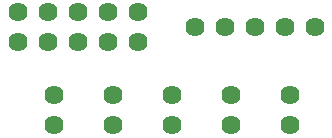
<source format=gbr>
%TF.GenerationSoftware,KiCad,Pcbnew,(5.1.6)-1*%
%TF.CreationDate,2023-02-05T19:48:36+01:00*%
%TF.ProjectId,Hotend_board,486f7465-6e64-45f6-926f-6172642e6b69,rev?*%
%TF.SameCoordinates,Original*%
%TF.FileFunction,Soldermask,Top*%
%TF.FilePolarity,Negative*%
%FSLAX46Y46*%
G04 Gerber Fmt 4.6, Leading zero omitted, Abs format (unit mm)*
G04 Created by KiCad (PCBNEW (5.1.6)-1) date 2023-02-05 19:48:36*
%MOMM*%
%LPD*%
G01*
G04 APERTURE LIST*
%ADD10C,1.624000*%
G04 APERTURE END LIST*
D10*
%TO.C,NTC*%
X110000000Y-118730000D03*
X110000000Y-121270000D03*
%TD*%
%TO.C,BLtouch*%
X132080000Y-113000000D03*
X129540000Y-113000000D03*
X127000000Y-113000000D03*
X121920000Y-113000000D03*
X124460000Y-113000000D03*
%TD*%
%TO.C,FAN*%
X130000000Y-118730000D03*
X130000000Y-121270000D03*
%TD*%
%TO.C,CNC*%
X120000000Y-118730000D03*
X120000000Y-121270000D03*
%TD*%
%TO.C,CNC*%
X125000000Y-118730000D03*
X125000000Y-121270000D03*
%TD*%
%TO.C,HE*%
X115000000Y-118730000D03*
X115000000Y-121270000D03*
%TD*%
%TO.C,Connector*%
X117080000Y-111730000D03*
X117080000Y-114270000D03*
X114540000Y-111730000D03*
X114540000Y-114270000D03*
X112000000Y-111730000D03*
X112000000Y-114270000D03*
X109460000Y-111730000D03*
X109460000Y-114270000D03*
X106920000Y-111730000D03*
X106920000Y-114270000D03*
%TD*%
M02*

</source>
